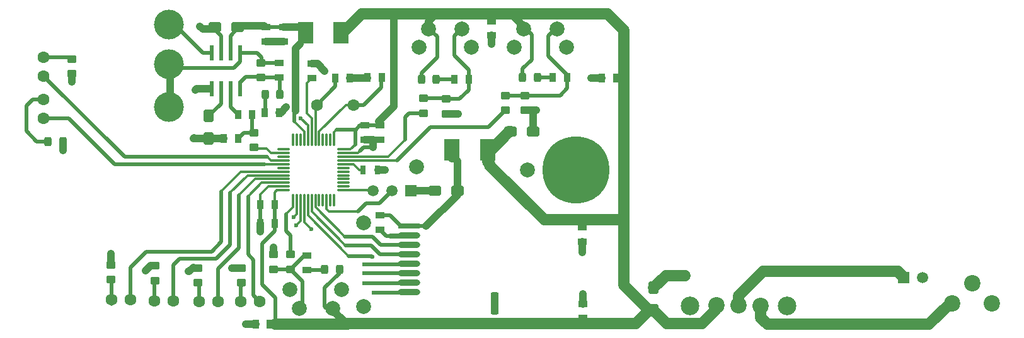
<source format=gtl>
%FSLAX44Y44*%
%MOMM*%
G71*
G01*
G75*
G04 Layer_Physical_Order=1*
G04 Layer_Color=255*
G04:AMPARAMS|DCode=10|XSize=1.65mm|YSize=1.4mm|CornerRadius=0.175mm|HoleSize=0mm|Usage=FLASHONLY|Rotation=180.000|XOffset=0mm|YOffset=0mm|HoleType=Round|Shape=RoundedRectangle|*
%AMROUNDEDRECTD10*
21,1,1.6500,1.0500,0,0,180.0*
21,1,1.3000,1.4000,0,0,180.0*
1,1,0.3500,-0.6500,0.5250*
1,1,0.3500,0.6500,0.5250*
1,1,0.3500,0.6500,-0.5250*
1,1,0.3500,-0.6500,-0.5250*
%
%ADD10ROUNDEDRECTD10*%
%ADD11R,1.3000X0.9000*%
%ADD12R,0.9000X1.3000*%
%ADD13R,2.0000X3.0000*%
G04:AMPARAMS|DCode=14|XSize=1mm|YSize=1.25mm|CornerRadius=0.25mm|HoleSize=0mm|Usage=FLASHONLY|Rotation=180.000|XOffset=0mm|YOffset=0mm|HoleType=Round|Shape=RoundedRectangle|*
%AMROUNDEDRECTD14*
21,1,1.0000,0.7500,0,0,180.0*
21,1,0.5000,1.2500,0,0,180.0*
1,1,0.5000,-0.2500,0.3750*
1,1,0.5000,0.2500,0.3750*
1,1,0.5000,0.2500,-0.3750*
1,1,0.5000,-0.2500,-0.3750*
%
%ADD14ROUNDEDRECTD14*%
G04:AMPARAMS|DCode=15|XSize=1mm|YSize=1.25mm|CornerRadius=0.25mm|HoleSize=0mm|Usage=FLASHONLY|Rotation=90.000|XOffset=0mm|YOffset=0mm|HoleType=Round|Shape=RoundedRectangle|*
%AMROUNDEDRECTD15*
21,1,1.0000,0.7500,0,0,90.0*
21,1,0.5000,1.2500,0,0,90.0*
1,1,0.5000,0.3750,0.2500*
1,1,0.5000,0.3750,-0.2500*
1,1,0.5000,-0.3750,-0.2500*
1,1,0.5000,-0.3750,0.2500*
%
%ADD15ROUNDEDRECTD15*%
%ADD16R,0.7000X1.3000*%
%ADD17O,0.3000X1.8000*%
%ADD18O,1.8000X0.3000*%
%ADD19O,3.0000X0.8000*%
%ADD20R,3.0000X0.8000*%
G04:AMPARAMS|DCode=21|XSize=3mm|YSize=1.1mm|CornerRadius=0.275mm|HoleSize=0mm|Usage=FLASHONLY|Rotation=90.000|XOffset=0mm|YOffset=0mm|HoleType=Round|Shape=RoundedRectangle|*
%AMROUNDEDRECTD21*
21,1,3.0000,0.5500,0,0,90.0*
21,1,2.4500,1.1000,0,0,90.0*
1,1,0.5500,0.2750,1.2250*
1,1,0.5500,0.2750,-1.2250*
1,1,0.5500,-0.2750,-1.2250*
1,1,0.5500,-0.2750,1.2250*
%
%ADD21ROUNDEDRECTD21*%
%ADD22R,0.6000X2.1500*%
G04:AMPARAMS|DCode=23|XSize=1.65mm|YSize=1.4mm|CornerRadius=0.175mm|HoleSize=0mm|Usage=FLASHONLY|Rotation=90.000|XOffset=0mm|YOffset=0mm|HoleType=Round|Shape=RoundedRectangle|*
%AMROUNDEDRECTD23*
21,1,1.6500,1.0500,0,0,90.0*
21,1,1.3000,1.4000,0,0,90.0*
1,1,0.3500,0.5250,0.6500*
1,1,0.3500,0.5250,-0.6500*
1,1,0.3500,-0.5250,-0.6500*
1,1,0.3500,-0.5250,0.6500*
%
%ADD23ROUNDEDRECTD23*%
%ADD24C,1.5000*%
%ADD25C,0.5000*%
%ADD26C,0.3000*%
%ADD27C,1.0000*%
%ADD28C,0.7000*%
%ADD29C,2.2000*%
%ADD30C,9.0000*%
%ADD31C,2.0000*%
%ADD32C,1.6000*%
%ADD33C,1.5000*%
%ADD34R,1.5000X1.5000*%
%ADD35C,4.0000*%
%ADD36C,2.5000*%
%ADD37C,0.6000*%
D10*
X619750Y669000D02*
D03*
X650250D02*
D03*
X1047250Y528000D02*
D03*
X1016750D02*
D03*
X914750Y449000D02*
D03*
X945250D02*
D03*
D11*
X706000Y620500D02*
D03*
Y601500D02*
D03*
X688000Y668500D02*
D03*
Y649500D02*
D03*
X712000Y668500D02*
D03*
Y649500D02*
D03*
X1114000Y277500D02*
D03*
Y296500D02*
D03*
X841000Y517500D02*
D03*
Y536500D02*
D03*
X821000Y517500D02*
D03*
Y536500D02*
D03*
X743000Y342500D02*
D03*
Y361500D02*
D03*
X750000Y600500D02*
D03*
Y619500D02*
D03*
X841000Y415500D02*
D03*
Y396500D02*
D03*
X991000Y676500D02*
D03*
Y657500D02*
D03*
X1113000Y399500D02*
D03*
Y380500D02*
D03*
D12*
X843500Y601000D02*
D03*
X824500D02*
D03*
X699500Y430000D02*
D03*
X680500D02*
D03*
X699500Y405000D02*
D03*
X680500D02*
D03*
X941500Y599000D02*
D03*
X960500D02*
D03*
X1073500Y601000D02*
D03*
X1092500D02*
D03*
X781500Y600000D02*
D03*
X800500D02*
D03*
X650500Y519000D02*
D03*
X631500D02*
D03*
X650500Y551000D02*
D03*
X669500D02*
D03*
X686500Y554000D02*
D03*
X705500D02*
D03*
X693500Y269000D02*
D03*
X674500D02*
D03*
X1158500Y600000D02*
D03*
X1139500D02*
D03*
D13*
X741000Y661000D02*
D03*
X789000D02*
D03*
X986000Y504000D02*
D03*
X938000D02*
D03*
D14*
X687000Y578000D02*
D03*
X707000D02*
D03*
X767000Y343000D02*
D03*
X787000D02*
D03*
X917000Y599000D02*
D03*
X897000D02*
D03*
X1053000Y601000D02*
D03*
X1033000D02*
D03*
X395000Y515000D02*
D03*
X415000D02*
D03*
D15*
X698000Y363000D02*
D03*
Y343000D02*
D03*
X930000Y552000D02*
D03*
Y572000D02*
D03*
X1036000Y557000D02*
D03*
Y577000D02*
D03*
X721000Y363000D02*
D03*
Y343000D02*
D03*
X900000Y553000D02*
D03*
Y573000D02*
D03*
X1010000Y557000D02*
D03*
Y577000D02*
D03*
X655000Y325000D02*
D03*
Y345000D02*
D03*
X597000Y325000D02*
D03*
Y345000D02*
D03*
X539000Y328000D02*
D03*
Y348000D02*
D03*
X480000Y329000D02*
D03*
Y349000D02*
D03*
X427000Y626000D02*
D03*
Y606000D02*
D03*
X681000Y601000D02*
D03*
Y621000D02*
D03*
X672000Y507000D02*
D03*
Y527000D02*
D03*
D16*
X837500Y477000D02*
D03*
X818500D02*
D03*
D17*
X779500Y517500D02*
D03*
X774500D02*
D03*
X769500D02*
D03*
X764500D02*
D03*
X759500D02*
D03*
X754500D02*
D03*
X749500D02*
D03*
X744500D02*
D03*
X739500D02*
D03*
X734500D02*
D03*
X729500D02*
D03*
X724500D02*
D03*
Y436500D02*
D03*
X729500D02*
D03*
X734500D02*
D03*
X739500D02*
D03*
X744500D02*
D03*
X749500D02*
D03*
X754500D02*
D03*
X759500D02*
D03*
X764500D02*
D03*
X769500D02*
D03*
X774500D02*
D03*
X779500D02*
D03*
D18*
X711500Y504500D02*
D03*
Y499500D02*
D03*
Y494500D02*
D03*
Y489500D02*
D03*
Y484500D02*
D03*
Y479500D02*
D03*
Y474500D02*
D03*
Y469500D02*
D03*
Y464500D02*
D03*
Y459500D02*
D03*
Y454500D02*
D03*
Y449500D02*
D03*
X792500D02*
D03*
Y454500D02*
D03*
Y459500D02*
D03*
Y464500D02*
D03*
Y469500D02*
D03*
Y474500D02*
D03*
Y479500D02*
D03*
Y484500D02*
D03*
Y489500D02*
D03*
Y494500D02*
D03*
Y499500D02*
D03*
Y504500D02*
D03*
D19*
X880000Y312100D02*
D03*
Y324800D02*
D03*
Y337500D02*
D03*
Y350200D02*
D03*
Y362900D02*
D03*
Y375600D02*
D03*
Y388300D02*
D03*
D20*
Y401000D02*
D03*
D21*
X995000Y297000D02*
D03*
D22*
X614950Y585750D02*
D03*
X627650D02*
D03*
X640350D02*
D03*
X653050D02*
D03*
X614950Y634250D02*
D03*
X627650D02*
D03*
X640350D02*
D03*
X653050D02*
D03*
D23*
X1209000Y318250D02*
D03*
Y287750D02*
D03*
X611000Y518750D02*
D03*
Y549250D02*
D03*
D24*
X1323000Y296000D02*
Y307000D01*
X1356000Y340000D01*
X1537000D01*
X1353000Y278000D02*
Y287000D01*
X860000Y687000D02*
X917000D01*
X817001D02*
X860000D01*
X1169000Y321500D02*
X1202750Y287750D01*
X791000Y661000D02*
X817001Y687000D01*
X917000D02*
X1017000D01*
X1209000Y318250D02*
X1225262Y334511D01*
X1251100D01*
X1537000Y340000D02*
X1545000Y332000D01*
X796000Y270000D02*
X1185000D01*
X1202750Y287750D01*
X701000Y269000D02*
X797000D01*
X1209000Y287750D02*
X1226750Y270000D01*
X1274000D01*
X1292000Y288000D01*
X1353000Y278000D02*
X1362000Y269000D01*
X1579000D01*
X1606500Y296500D01*
X1022000Y687000D02*
X1147000D01*
X1169000Y665000D01*
Y321500D02*
Y410000D01*
Y665000D01*
X986000Y488000D02*
X989000Y485000D01*
Y483000D02*
Y485000D01*
Y483000D02*
X1062000Y410000D01*
X1169000D01*
X991000Y504000D02*
X1015000Y528000D01*
X1016750D01*
D25*
X683000Y323000D02*
X701000Y305000D01*
X683000Y323000D02*
Y378000D01*
X552000Y614000D02*
X645000D01*
X794000Y387000D02*
X831000D01*
X484800Y484500D02*
X686000D01*
X423000Y546300D02*
X484800Y484500D01*
X699500Y394500D02*
Y405000D01*
X683000Y378000D02*
X699500Y394500D01*
X739500Y361500D02*
X743000D01*
X721000Y343000D02*
X739500Y361500D01*
X787000Y338000D02*
Y343000D01*
X767000Y318000D02*
X787000Y338000D01*
X767000Y293000D02*
Y318000D01*
Y293000D02*
X769500Y290500D01*
X766500Y342500D02*
X767000Y343000D01*
X743000Y342500D02*
X766500D01*
X698000Y343000D02*
X721000D01*
X737000Y327000D01*
Y287000D02*
Y327000D01*
X864500Y489500D02*
X909000Y534000D01*
X1034500Y669500D02*
X1045000Y659000D01*
Y625000D02*
Y659000D01*
X1033000Y613000D02*
X1045000Y625000D01*
X1033000Y601000D02*
Y613000D01*
X1092500Y601000D02*
Y604500D01*
X1067000Y630000D02*
X1092500Y604500D01*
X1067000Y630000D02*
Y657000D01*
X1079500Y669500D01*
X1053000Y601000D02*
X1053000Y601000D01*
X1073500D01*
X1092500Y586500D02*
Y601000D01*
X1083000Y577000D02*
X1092500Y586500D01*
X1036000Y577000D02*
X1083000D01*
X1010000Y577000D02*
X1036000D01*
X1036000Y577000D01*
X880000Y553000D02*
X900000D01*
X960500Y584500D02*
Y599000D01*
X948000Y572000D02*
X960500Y584500D01*
X930000Y572000D02*
X948000D01*
X929000Y573000D02*
X930000Y572000D01*
X900000Y573000D02*
X929000D01*
X941500Y599000D02*
X941500Y599000D01*
X917000Y599000D02*
X941500D01*
X906500Y667500D02*
X918000Y656000D01*
Y628000D02*
Y656000D01*
X897000Y607000D02*
X918000Y628000D01*
X897000Y599000D02*
Y607000D01*
X960500Y599000D02*
Y611500D01*
X941000Y631000D02*
X960500Y611500D01*
X941000Y631000D02*
Y657000D01*
X951500Y667500D01*
X735500Y668500D02*
X743000Y661000D01*
X688000Y668500D02*
X712000D01*
X640350Y657100D02*
X649250Y666000D01*
X640350Y634250D02*
Y657100D01*
X715000Y395000D02*
X721000Y389000D01*
Y363000D02*
Y389000D01*
X680500Y405000D02*
Y430000D01*
X699500Y405000D02*
Y430000D01*
X715000Y395000D02*
Y417500D01*
X374700Y571700D02*
X389000D01*
X366000Y563000D02*
X374700Y571700D01*
X366000Y529000D02*
Y563000D01*
Y529000D02*
X380000Y515000D01*
X395000D01*
X389000Y628700D02*
X424300D01*
X654300Y319300D02*
X655000Y320000D01*
X654300Y296000D02*
Y319300D01*
X598300Y295000D02*
Y323000D01*
X538300Y300000D02*
Y329000D01*
X480300Y296000D02*
Y328000D01*
X627650Y634250D02*
Y657100D01*
X618750Y666000D02*
X627650Y657100D01*
X682000Y621000D02*
X708500D01*
X709000Y621500D01*
X653050Y622050D02*
Y634250D01*
X645000Y614000D02*
X653050Y622050D01*
X389000Y546300D02*
X423000D01*
X389000Y603300D02*
X498000Y494300D01*
X689700D01*
X726000Y542000D02*
Y554000D01*
X628000Y380000D02*
Y448000D01*
X685500Y671000D02*
X688000Y668500D01*
X562000Y676000D02*
Y678000D01*
Y676000D02*
X603750Y634250D01*
X614950D01*
X831000Y387000D02*
X842000Y376000D01*
X879000D01*
X841000Y363000D02*
X879000D01*
X820000Y350000D02*
X879000D01*
X820000Y338000D02*
X879000D01*
X820000Y324000D02*
X879000D01*
X833000Y312000D02*
X870100D01*
X505700Y302000D02*
Y345700D01*
X527000Y367000D01*
X615000D01*
X628000Y380000D01*
X563700Y301000D02*
Y348700D01*
X572000Y357000D01*
X664000Y363000D02*
Y441000D01*
Y363000D02*
X671000Y356000D01*
X572000Y357000D02*
X621000D01*
X640000Y376000D01*
Y446000D01*
X623700Y296000D02*
Y343700D01*
X652000Y372000D01*
Y443000D01*
X671000Y308000D02*
Y356000D01*
Y308000D02*
X680000Y299000D01*
X701000Y269000D02*
Y305000D01*
X769500Y290500D02*
X777500D01*
X653050Y634250D02*
X675750D01*
X682000Y621000D02*
Y628000D01*
X675750Y634250D02*
X682000Y628000D01*
X653050Y585750D02*
Y594050D01*
X661000Y602000D01*
X680000D01*
X681000Y601000D01*
X706500D01*
X707000Y601500D01*
Y578000D02*
Y601500D01*
X687000Y554500D02*
Y578000D01*
X686500Y554000D02*
X687000Y554500D01*
X658500Y527000D02*
X672000D01*
X650500Y519000D02*
X658500Y527000D01*
X627650Y565900D02*
Y585750D01*
X611000Y549250D02*
X627650Y565900D01*
X640350Y561150D02*
Y585750D01*
Y561150D02*
X650500Y551000D01*
X669500Y529500D02*
Y551000D01*
Y529500D02*
X672000Y527000D01*
X875000Y548000D02*
X880000Y553000D01*
X875000Y517000D02*
Y548000D01*
X726000Y554000D02*
X728000Y556000D01*
X734000Y652000D02*
X743000Y661000D01*
X734000Y646000D02*
Y652000D01*
X756600Y564199D02*
X781500Y589099D01*
Y600000D01*
X805401Y564199D02*
X819199D01*
X843000Y588000D01*
Y599500D01*
X843500Y600000D01*
X808000Y511000D02*
Y530000D01*
X821000Y536500D02*
X840000D01*
X814500D02*
X821000D01*
X808000Y530000D02*
X814500Y536500D01*
X783000Y531000D02*
X808000D01*
X814000Y502000D02*
X819000Y507000D01*
X832000D01*
X987001Y534000D02*
X1010000Y557000D01*
X909000Y534000D02*
X987001D01*
X849500Y388000D02*
X854000D01*
X841000Y396500D02*
X849500Y388000D01*
X854000D02*
X856000D01*
X869000Y401000D02*
X880000D01*
X854500Y415500D02*
X869000Y401000D01*
X841000Y415500D02*
X854500D01*
X812000Y421000D02*
X822500Y431500D01*
X840099D01*
X857600Y449000D01*
X880000Y401000D02*
X903000D01*
X799000Y361000D02*
X830000D01*
X795000Y375000D02*
X829000D01*
X841000Y363000D01*
D26*
X754500Y426500D02*
X794000Y387000D01*
X686000Y484500D02*
X711500D01*
X792500Y489500D02*
X864500D01*
X1010000Y577000D02*
X1036000D01*
X813000Y477000D02*
X818500D01*
X805500Y484500D02*
X813000Y477000D01*
X792500Y484500D02*
X805500D01*
X769500Y424500D02*
X773000Y421000D01*
X769500Y424500D02*
Y436500D01*
X680500Y430000D02*
Y443500D01*
X691500Y454500D01*
X711500D01*
X699500Y430000D02*
Y446500D01*
X702500Y449500D01*
X711500D01*
X715000Y417500D02*
X724500Y427000D01*
Y436500D01*
X725750Y413750D02*
X729500Y417500D01*
Y436500D01*
X725750Y412250D02*
Y413750D01*
X744500Y415500D02*
Y436500D01*
X749500Y420500D02*
Y436500D01*
X754500Y426500D02*
Y436500D01*
X689700Y494300D02*
X694500Y489500D01*
X711500D01*
X694500Y499500D02*
X711500D01*
X688500Y505500D02*
X694500Y499500D01*
X671000Y505500D02*
X688500D01*
X735000Y546000D02*
X744500Y536500D01*
Y517500D02*
Y536500D01*
X739500Y517500D02*
Y528500D01*
X726000Y542000D02*
X739500Y528500D01*
X664000Y441000D02*
X682500Y459500D01*
X711500D01*
X652000Y443000D02*
X673500Y464500D01*
X711500D01*
X640000Y446000D02*
X663500Y469500D01*
X711500D01*
X628000Y448000D02*
X654500Y474500D01*
X711500D01*
X792500Y449500D02*
X830000D01*
X792500Y494500D02*
X852500D01*
X875000Y517000D01*
X759500Y517500D02*
Y528500D01*
X795199Y564199D01*
X805401D01*
X749500Y517500D02*
Y546500D01*
X743000Y553000D02*
X749500Y546500D01*
X743000Y553000D02*
Y593500D01*
X750000Y600500D01*
X754500Y517500D02*
Y564199D01*
X792500Y504500D02*
X801500D01*
X792500Y499500D02*
X811500D01*
X814000Y502000D01*
X801500Y504500D02*
X808000Y511000D01*
X779500Y517500D02*
Y527000D01*
X779500Y527500D02*
X783000Y531000D01*
X779500Y527000D02*
X779500Y527000D01*
X779500Y527000D02*
Y527500D01*
X773000Y421000D02*
X812000D01*
X744500Y415500D02*
X799000Y361000D01*
X830000D02*
X831000Y360000D01*
X749500Y420500D02*
X795000Y375000D01*
X739500Y406500D02*
X749000Y397000D01*
X739500Y406500D02*
Y436500D01*
X729000Y402500D02*
X734500Y408000D01*
X734500D02*
X734500D01*
X734500D02*
Y436500D01*
D27*
X698000Y373000D02*
X698000Y373000D01*
X698000Y363000D02*
Y373000D01*
X680500Y394000D02*
Y405000D01*
X1051000Y557000D02*
X1051000Y557000D01*
X930000Y552000D02*
X946000D01*
X839000Y477000D02*
X848000D01*
X1017000Y687000D02*
X1022000D01*
X1017000D02*
X1034500Y669500D01*
X906500Y676500D02*
X917000Y687000D01*
X906500Y667500D02*
Y676500D01*
X1202750Y287750D02*
X1209000D01*
X712000Y668500D02*
X735500D01*
X415000Y503000D02*
Y515000D01*
X427000Y595000D02*
Y606000D01*
X584000Y340000D02*
X584000Y340000D01*
X585000D01*
X526000Y341000D02*
X533000Y348000D01*
X591000Y519000D02*
X591750Y519750D01*
X594750Y585750D02*
X613000D01*
X593000Y584000D02*
X594750Y585750D01*
X603000Y666000D02*
X618750D01*
X599000Y670000D02*
X603000Y666000D01*
X688000Y649500D02*
X712000D01*
X654250Y671000D02*
X685500D01*
X559000Y559000D02*
Y617000D01*
X585000Y340000D02*
X590500Y345500D01*
X642435Y345000D02*
X655000D01*
X642217Y344782D02*
X642435Y345000D01*
X776500Y289500D02*
X796000Y270000D01*
X591000Y519000D02*
X631500D01*
X705500Y554000D02*
X708000D01*
X715000Y561000D01*
X860000Y562000D02*
Y687000D01*
X728000Y556000D02*
Y640000D01*
X734000Y646000D01*
X750000Y619500D02*
X757500D01*
X767000Y610000D01*
X800500Y600000D02*
X824500D01*
X480000Y349000D02*
X480000Y349000D01*
X480000Y349000D02*
Y364000D01*
X840000Y542000D02*
X860000Y562000D01*
X821000Y517500D02*
X832000D01*
Y507000D02*
Y517500D01*
X903000Y401000D02*
X945250Y443250D01*
Y449000D01*
X883000Y449000D02*
X914750D01*
X914750Y449000D01*
X1047250Y528000D02*
Y554250D01*
X1050000Y557000D01*
X1050000Y557000D01*
X1036000Y557000D02*
X1050000D01*
X1051000D01*
X1114000Y296500D02*
Y310000D01*
X661000Y269000D02*
X674500D01*
X1125000Y600000D02*
X1139500D01*
X991000Y646000D02*
Y657500D01*
X1113000Y366000D02*
Y380500D01*
X938000Y492000D02*
X942000D01*
X945250Y488750D01*
Y449000D02*
Y488750D01*
D28*
X856000Y388000D02*
X879000D01*
D29*
X1353000Y294000D02*
D03*
X1323000Y295000D02*
D03*
X1293000D02*
D03*
X1663000Y297000D02*
D03*
X1610000D02*
D03*
X1637000Y324000D02*
D03*
D30*
X1105000Y477000D02*
D03*
D31*
X790000Y315500D02*
D03*
X720000D02*
D03*
X777500Y290500D02*
D03*
X732500D02*
D03*
X894000Y641500D02*
D03*
X964000D02*
D03*
X906500Y666500D02*
D03*
X951500D02*
D03*
X1022000Y641500D02*
D03*
X1092000D02*
D03*
X1034500Y666500D02*
D03*
X1079500D02*
D03*
X819000Y293000D02*
D03*
Y406000D02*
D03*
X890000Y481000D02*
D03*
X1039000Y477000D02*
D03*
D32*
X654300Y300000D02*
D03*
X679700D02*
D03*
X598300D02*
D03*
X623700D02*
D03*
X805401Y564199D02*
D03*
X756600D02*
D03*
X538300Y301000D02*
D03*
X563700D02*
D03*
X480300Y302000D02*
D03*
X505700D02*
D03*
X389000Y571700D02*
D03*
Y546300D02*
D03*
Y628700D02*
D03*
Y603300D02*
D03*
D33*
X832200Y449000D02*
D03*
X857600D02*
D03*
X1570400Y332000D02*
D03*
D34*
X883000Y449000D02*
D03*
X1545000Y332000D02*
D03*
D35*
X558000Y561000D02*
D03*
Y619000D02*
D03*
Y672000D02*
D03*
D36*
X1388000Y294000D02*
D03*
X1258000D02*
D03*
D37*
X680500Y395000D02*
D03*
X698000Y373000D02*
D03*
X1050000Y557000D02*
D03*
X945000Y552000D02*
D03*
X847000Y477000D02*
D03*
X427000Y595000D02*
D03*
X415000Y503000D02*
D03*
X584000Y340000D02*
D03*
X526000Y341000D02*
D03*
X725000Y413000D02*
D03*
X831000Y360000D02*
D03*
X749000Y397000D02*
D03*
X591000Y519000D02*
D03*
X593000Y584000D02*
D03*
X599000Y670000D02*
D03*
X735000Y546000D02*
D03*
X699000Y649000D02*
D03*
X1251100Y334511D02*
D03*
X854000Y388000D02*
D03*
X820000Y350000D02*
D03*
Y338000D02*
D03*
Y324000D02*
D03*
X833000Y312000D02*
D03*
X642000Y345000D02*
D03*
X715000Y561000D02*
D03*
X813000Y600000D02*
D03*
X767000Y610000D02*
D03*
X480000Y364000D02*
D03*
X832000Y507000D02*
D03*
X1114000Y310000D02*
D03*
X661000Y269000D02*
D03*
X1126000Y600000D02*
D03*
X991000Y647000D02*
D03*
X1113000Y367000D02*
D03*
X729000Y402500D02*
D03*
M02*

</source>
